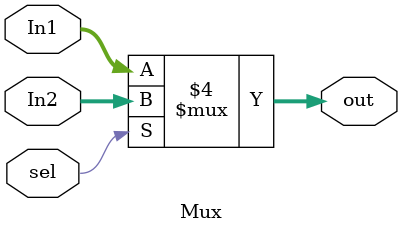
<source format=v>
module Mux #(parameter width = 32)
(
    input   wire    [width-1:0]     In1,
    input   wire    [width-1:0]     In2,
    output  reg     [width-1:0]     out,
    input   wire                    sel

);

always @(*) 
    begin
        if(!sel)
            begin
                out = In1;
            end
        else
            begin
                out = In2;
            end
    end
    
endmodule
</source>
